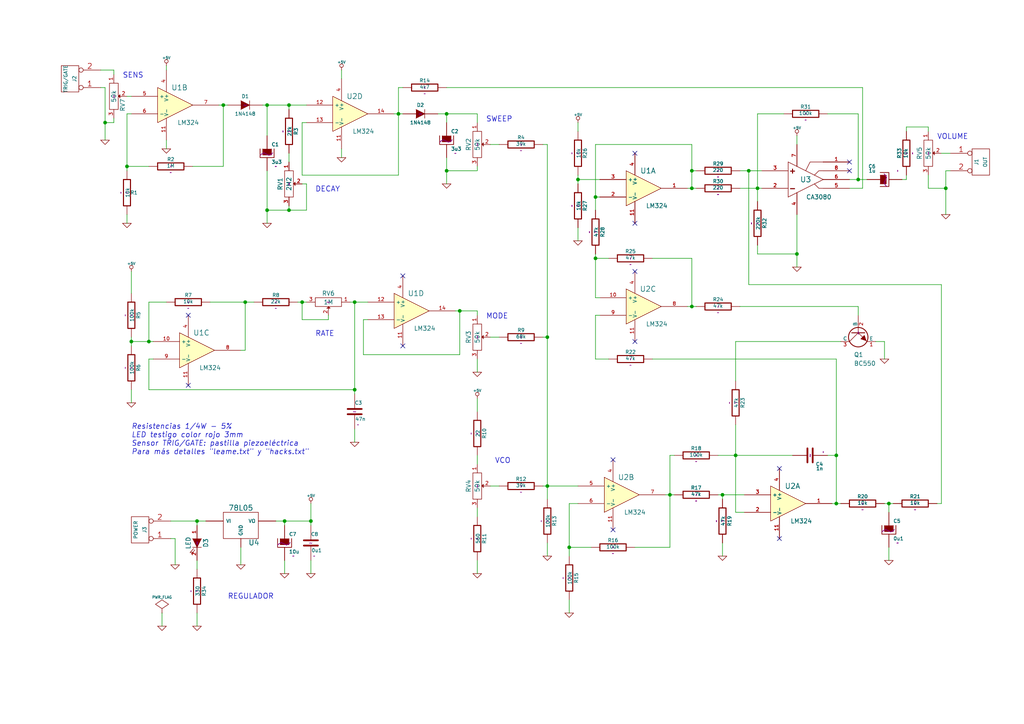
<source format=kicad_sch>
(kicad_sch (version 20230121) (generator eeschema)
  (paper "A4")
  (title_block (title "CORON DS7 CLONE") (date "28 dec 2014") (rev "1") (company "LUCAS MARTIN TRESER"))
  (lib_symbols
    (symbol "ds7clone-rescue:+5V" (power) (pin_names (offset 1.016))
      (property "Value" "+5V" (at 0 2.286 0))
      (symbol "+5V_0_0"
        (pin power_in line (at 0 0 90) (length 0) hide (name "+5V") (number "1"))
      )
      (symbol "+5V_0_1"
        (polyline (pts (xy 0 0) (xy 0 0.762) (xy 0 0.762) (xy 0 0.762)))
        (circle (center 0 1.27) (radius 0.508))
      )
    )
    (symbol "ds7clone-rescue:78L05" (pin_numbers hide) (pin_names (offset 0.762))
      (property "Reference" "U" (at 3.81 -4.9784 0))
      (property "Value" "78L05" (at 0 5.08 0))
      (symbol "78L05_0_1"
        (rectangle (start -5.08 -3.81) (end 5.08 3.81))
      )
      (symbol "78L05_1_1"
        (pin input line (at 0 -6.35 90) (length 2.54) (name "GND") (number "GND"))
        (pin input line (at -10.16 1.27 0) (length 5.08) (name "VI") (number "VI"))
        (pin power_out line (at 10.16 1.27 180) (length 5.08) (name "VO") (number "VO"))
      )
    )
    (symbol "ds7clone-rescue:C" (pin_numbers hide) (pin_names (offset 0.254))
      (property "Reference" "C" (at 0 2.54 0))
      (property "Value" "C" (at 0.1524 -2.159 0))
      (symbol "C_0_1"
        (polyline (pts (xy -2.032 -0.762) (xy 2.032 -0.762)) (stroke (width 0.508)))
        (polyline (pts (xy -2.032 0.762) (xy 2.032 0.762)) (stroke (width 0.508)))
      )
      (symbol "C_1_1"
        (pin passive line (at 0 5.08 270) (length 4.318) (name "~") (number "1"))
        (pin passive line (at 0 -5.08 90) (length 4.318) (name "~") (number "2"))
      )
    )
    (symbol "ds7clone-rescue:CA3130" (pin_names (offset 1.016) hide)
      (property "Reference" "U" (at 0 0 0))
      (property "Value" "CA3130" (at 3.81 -5.08 0))
      (symbol "CA3130_0_1"
        (polyline (pts (xy -5.08 -5.08) (xy -5.08 5.08)))
        (polyline (pts (xy -5.08 -5.08) (xy 5.08 0) (xy -5.08 5.08)))
        (polyline (pts (xy 2.54 1.27) (xy 3.81 2.54) (xy 5.08 2.54)))
        (polyline (pts (xy 5.08 -2.54) (xy 3.81 -2.54) (xy 2.54 -1.27)))
        (polyline (pts (xy 5.08 5.08) (xy 1.27 5.08) (xy 0 2.54)))
        (text "+" (at -3.81 2.54 0) (effects (font (size 1.524 1.524) bold)))
        (text "-" (at -3.81 -2.54 0) (effects (font (size 1.524 1.524) bold)))
      )
      (symbol "CA3130_1_1"
        (pin passive line (at 12.7 5.08 180) (length 7.62) (name "BAL/COMP") (number "1"))
        (pin input line (at -12.7 -2.54 0) (length 7.62) (name "INVERTING") (number "2"))
        (pin input line (at -12.7 2.54 0) (length 7.62) (name "NON") (number "3"))
        (pin power_in line (at -2.54 -10.16 90) (length 6.35) (name "V-") (number "4"))
        (pin passive line (at 12.7 -2.54 180) (length 7.62) (name "BALANCE") (number "5"))
        (pin output line (at 12.7 0 180) (length 7.62) (name "OUTPUT") (number "6"))
        (pin power_in line (at -2.54 10.16 270) (length 6.35) (name "V+") (number "7"))
        (pin passive line (at 12.7 2.54 180) (length 7.62) (name "COMP") (number "8"))
      )
    )
    (symbol "ds7clone-rescue:CAPAPOL" (pin_numbers hide) (pin_names (offset 0.254) hide)
      (property "Reference" "C" (at 1.27 2.54 0))
      (property "Value" "CAPAPOL" (at 1.27 -2.54 0))
      (symbol "CAPAPOL_0_1"
        (polyline (pts (xy -2.032 1.27) (xy -2.032 -1.27) (xy 2.032 -1.27) (xy 2.032 1.27)) (stroke (width 0.2032)))
        (polyline (pts (xy -1.27 1.27) (xy -1.27 -0.508) (xy 1.27 -0.508) (xy 1.27 1.27)) (fill (type outline)))
      )
      (symbol "CAPAPOL_1_1"
        (pin passive line (at 0 5.08 270) (length 3.81) (name "~") (number "1"))
        (pin passive line (at 0 -5.08 90) (length 3.81) (name "~") (number "2"))
      )
    )
    (symbol "ds7clone-rescue:CONN_2" (pin_names (offset 1.016) hide)
      (property "Reference" "P" (at -1.27 0 90))
      (property "Value" "CONN_2" (at 1.27 0 90))
      (symbol "CONN_2_0_1"
        (rectangle (start -2.54 3.81) (end 2.54 -3.81))
      )
      (symbol "CONN_2_1_1"
        (pin passive inverted (at -8.89 2.54 0) (length 6.35) (name "P1") (number "1"))
        (pin passive inverted (at -8.89 -2.54 0) (length 6.35) (name "PM") (number "2"))
      )
    )
    (symbol "ds7clone-rescue:DIODE" (pin_numbers hide) (pin_names (offset 1.016) hide)
      (property "Reference" "D" (at 0 2.54 0))
      (property "Value" "DIODE" (at 0 -2.54 0))
      (symbol "DIODE_0_1"
        (polyline (pts (xy 1.27 1.27) (xy 1.27 -1.27)) (stroke (width 0.1524)))
        (polyline (pts (xy -1.27 1.27) (xy 1.27 0) (xy -1.27 -1.27)) (fill (type outline)))
      )
      (symbol "DIODE_1_1"
        (pin passive line (at -5.08 0 0) (length 3.81) (name "A") (number "1"))
        (pin passive line (at 5.08 0 180) (length 3.81) (name "K") (number "2"))
      )
    )
    (symbol "ds7clone-rescue:GND" (power) (pin_names (offset 0))
      (symbol "GND_0_1"
        (polyline (pts (xy -1.27 0) (xy 0 -1.27) (xy 1.27 0) (xy -1.27 0)))
      )
      (symbol "GND_1_1"
        (pin power_in line (at 0 0 90) (length 0) hide (name "GND") (number "1"))
      )
    )
    (symbol "ds7clone-rescue:LED" (pin_names (offset 1.016) hide)
      (property "Reference" "D" (at 0 2.54 0))
      (property "Value" "LED" (at 0 -2.54 0))
      (symbol "LED_0_1"
        (polyline (pts (xy 1.27 1.27) (xy 1.27 -1.27)))
        (polyline (pts (xy -1.27 1.27) (xy 1.27 0) (xy -1.27 -1.27)) (fill (type outline)))
        (polyline (pts (xy 1.651 -1.016) (xy 2.794 -2.032) (xy 2.667 -1.397)))
        (polyline (pts (xy 2.032 -0.635) (xy 3.175 -1.651) (xy 3.048 -1.016)))
      )
      (symbol "LED_1_1"
        (pin passive line (at -5.08 0 0) (length 3.81) (name "A") (number "1"))
        (pin passive line (at 5.08 0 180) (length 3.81) (name "K") (number "2"))
      )
    )
    (symbol "ds7clone-rescue:LM324"
      (property "Reference" "U" (at 1.27 5.08 0))
      (property "Value" "LM324" (at 3.81 -5.08 0))
      (symbol "LM324_0_1"
        (polyline (pts (xy -5.08 5.08) (xy 5.08 0) (xy -5.08 -5.08) (xy -5.08 5.08)) (stroke (width 0.1524)) (fill (type background)))
        (pin power_in line (at -2.54 -10.16 90) (length 6.35) (name "V-") (number "11"))
        (pin power_in line (at -2.54 10.16 270) (length 6.35) (name "V+") (number "4"))
      )
      (symbol "LM324_1_1"
        (pin output line (at 12.7 0 180) (length 7.62) (name "~") (number "1"))
        (pin input line (at -12.7 -2.54 0) (length 7.62) (name "-") (number "2"))
        (pin input line (at -12.7 2.54 0) (length 7.62) (name "+") (number "3"))
      )
      (symbol "LM324_2_1"
        (pin input line (at -12.7 2.54 0) (length 7.62) (name "+") (number "5"))
        (pin input line (at -12.7 -2.54 0) (length 7.62) (name "-") (number "6"))
        (pin output line (at 12.7 0 180) (length 7.62) (name "~") (number "7"))
      )
      (symbol "LM324_3_1"
        (pin input line (at -12.7 2.54 0) (length 7.62) (name "+") (number "10"))
        (pin output line (at 12.7 0 180) (length 7.62) (name "~") (number "8"))
        (pin input line (at -12.7 -2.54 0) (length 7.62) (name "-") (number "9"))
      )
      (symbol "LM324_4_1"
        (pin input line (at -12.7 2.54 0) (length 7.62) (name "+") (number "12"))
        (pin input line (at -12.7 -2.54 0) (length 7.62) (name "-") (number "13"))
        (pin output line (at 12.7 0 180) (length 7.62) (name "~") (number "14"))
      )
    )
    (symbol "ds7clone-rescue:NPN" (pin_names (offset 0))
      (property "Reference" "Q" (at 0 -3.81 0))
      (property "Value" "NPN" (at 0 3.81 0))
      (symbol "NPN_0_1"
        (polyline (pts (xy 0 0) (xy 2.54 2.54)))
        (polyline (pts (xy 0 1.905) (xy 0 -1.905) (xy 0 -1.905)) (stroke (width 0.254)))
        (polyline (pts (xy 1.27 -1.27) (xy 0 0) (xy 0 0)))
        (polyline (pts (xy 2.286 -2.286) (xy 2.54 -2.54) (xy 2.54 -2.54)))
        (polyline (pts (xy 2.286 -2.286) (xy 1.778 -0.762) (xy 0.762 -1.778) (xy 2.286 -2.286) (xy 2.286 -2.286)) (fill (type outline)))
        (circle (center 1.27 0) (radius 2.8194) (stroke (width 0.254)))
      )
      (symbol "NPN_1_1"
        (pin passive line (at 2.54 -5.08 90) (length 2.54) (name "E") (number "1"))
        (pin input line (at -5.08 0 0) (length 5.08) (name "B") (number "2"))
        (pin passive line (at 2.54 5.08 270) (length 2.54) (name "C") (number "3"))
      )
    )
    (symbol "ds7clone-rescue:POT" (pin_names (offset 1.016) hide)
      (property "Reference" "RV" (at 0 -2.54 0))
      (property "Value" "POT" (at 0 0 0))
      (symbol "POT_0_1"
        (rectangle (start -3.81 1.27) (end 3.81 -1.27))
        (polyline (pts (xy 0 1.27) (xy -0.508 1.778) (xy 0.508 1.778)) (fill (type outline)))
      )
      (symbol "POT_1_1"
        (pin passive line (at -6.35 0 0) (length 2.54) (name "1") (number "1"))
        (pin passive line (at 0 3.81 270) (length 2.032) (name "2") (number "2"))
        (pin passive line (at 6.35 0 180) (length 2.54) (name "3") (number "3"))
      )
    )
    (symbol "ds7clone-rescue:PWR_FLAG" (power) (pin_numbers hide) (pin_names (offset 0) hide)
      (property "Value" "PWR_FLAG" (at 0 4.572 0))
      (symbol "PWR_FLAG_0_0"
        (pin power_out line (at 0 0 90) (length 0) (name "pwr") (number "1"))
      )
      (symbol "PWR_FLAG_0_1"
        (polyline (pts (xy 0 0) (xy 0 1.27) (xy -1.905 2.54) (xy 0 3.81) (xy 1.905 2.54) (xy 0 1.27)))
      )
    )
    (symbol "ds7clone-rescue:R" (pin_numbers hide) (pin_names (offset 0))
      (property "Reference" "R" (at 2.032 0 90))
      (property "Value" "R" (at 0.1778 0.0254 90))
      (symbol "R_0_1"
        (rectangle (start -1.016 3.81) (end 1.016 -3.81) (stroke (width 0.3048)))
      )
      (symbol "R_1_1"
        (pin passive line (at 0 6.35 270) (length 2.54) (name "~") (number "1"))
        (pin passive line (at 0 -6.35 90) (length 2.54) (name "~") (number "2"))
      )
    )
  )
  (junction (at 77.47 60.96))
  (junction (at 129.54 33.02))
  (junction (at 167.64 52.07))
  (junction (at 36.83 48.26))
  (junction (at 158.75 97.79))
  (junction (at 219.71 54.61))
  (junction (at 77.47 30.48))
  (junction (at 200.66 49.53))
  (junction (at 102.87 87.63))
  (junction (at 102.87 113.03))
  (junction (at 248.92 52.07))
  (junction (at 231.14 73.66))
  (junction (at 213.36 132.08))
  (junction (at 43.18 99.06))
  (junction (at 158.75 140.97))
  (junction (at 194.31 143.51))
  (junction (at 64.77 30.48))
  (junction (at 38.1 99.06))
  (junction (at 83.82 60.96))
  (junction (at 242.57 146.05))
  (junction (at 87.63 87.63))
  (junction (at 209.55 143.51))
  (junction (at 242.57 132.08))
  (junction (at 200.66 54.61))
  (junction (at 71.12 87.63))
  (junction (at 82.55 151.13))
  (junction (at 133.35 90.17))
  (junction (at 57.15 151.13))
  (junction (at 217.17 49.53))
  (junction (at 129.54 49.53))
  (junction (at 172.72 74.93))
  (junction (at 172.72 57.15))
  (junction (at 200.66 88.9))
  (junction (at 274.32 54.61))
  (junction (at 30.48 35.56))
  (junction (at 115.57 33.02))
  (junction (at 90.17 151.13))
  (junction (at 257.81 146.05))
  (junction (at 165.1 158.75))
  (junction (at 83.82 30.48))
  (no_connect (at 184.15 64.77))
  (no_connect (at 226.06 156.21))
  (no_connect (at 177.8 133.35))
  (no_connect (at 116.84 100.33))
  (no_connect (at 116.84 80.01))
  (no_connect (at 54.61 91.44))
  (no_connect (at 226.06 135.89))
  (no_connect (at 177.8 153.67))
  (no_connect (at 246.38 49.53))
  (no_connect (at 246.38 46.99))
  (no_connect (at 184.15 99.06))
  (no_connect (at 184.15 78.74))
  (no_connect (at 54.61 111.76))
  (no_connect (at 184.15 44.45))
  (wire (pts (xy 217.17 82.55) (xy 217.17 49.53)))
  (wire (pts (xy 241.3 146.05) (xy 242.57 146.05)))
  (wire (pts (xy 231.14 73.66) (xy 219.71 73.66)))
  (wire (pts (xy 129.54 49.53) (xy 129.54 53.34)))
  (wire (pts (xy 48.26 87.63) (xy 43.18 87.63)))
  (wire (pts (xy 87.63 53.34) (xy 88.9 53.34)))
  (wire (pts (xy 102.87 87.63) (xy 102.87 113.03)))
  (wire (pts (xy 71.12 87.63) (xy 73.66 87.63)))
  (wire (pts (xy 144.78 41.91) (xy 142.24 41.91)))
  (wire (pts (xy 167.64 50.8) (xy 167.64 52.07)))
  (wire (pts (xy 167.64 52.07) (xy 167.64 53.34)))
  (wire (pts (xy 217.17 49.53) (xy 220.98 49.53)))
  (wire (pts (xy 46.99 177.8) (xy 46.99 181.61)))
  (wire (pts (xy 49.53 151.13) (xy 57.15 151.13)))
  (wire (pts (xy 194.31 158.75) (xy 184.15 158.75)))
  (wire (pts (xy 227.33 33.02) (xy 219.71 33.02)))
  (wire (pts (xy 105.41 92.71) (xy 105.41 102.87)))
  (wire (pts (xy 213.36 132.08) (xy 229.87 132.08)))
  (wire (pts (xy 172.72 57.15) (xy 173.99 57.15)))
  (wire (pts (xy 129.54 33.02) (xy 129.54 35.56)))
  (wire (pts (xy 80.01 151.13) (xy 82.55 151.13)))
  (wire (pts (xy 194.31 143.51) (xy 194.31 158.75)))
  (wire (pts (xy 165.1 177.8) (xy 165.1 173.99)))
  (wire (pts (xy 77.47 39.37) (xy 77.47 30.48)))
  (wire (pts (xy 44.45 99.06) (xy 43.18 99.06)))
  (wire (pts (xy 133.35 102.87) (xy 133.35 90.17)))
  (wire (pts (xy 242.57 104.14) (xy 242.57 132.08)))
  (wire (pts (xy 172.72 57.15) (xy 172.72 60.96)))
  (wire (pts (xy 95.25 92.71) (xy 87.63 92.71)))
  (wire (pts (xy 248.92 88.9) (xy 248.92 91.44)))
  (wire (pts (xy 29.21 25.4) (xy 30.48 25.4)))
  (wire (pts (xy 57.15 151.13) (xy 59.69 151.13)))
  (wire (pts (xy 114.3 33.02) (xy 115.57 33.02)))
  (wire (pts (xy 69.85 158.75) (xy 69.85 163.83)))
  (wire (pts (xy 43.18 104.14) (xy 44.45 104.14)))
  (wire (pts (xy 102.87 113.03) (xy 102.87 114.3)))
  (wire (pts (xy 219.71 54.61) (xy 219.71 58.42)))
  (wire (pts (xy 90.17 151.13) (xy 90.17 152.4)))
  (wire (pts (xy 213.36 132.08) (xy 213.36 123.19)))
  (wire (pts (xy 242.57 146.05) (xy 243.84 146.05)))
  (wire (pts (xy 115.57 33.02) (xy 116.84 33.02)))
  (wire (pts (xy 38.1 99.06) (xy 38.1 100.33)))
  (wire (pts (xy 38.1 97.79) (xy 38.1 99.06)))
  (wire (pts (xy 201.93 49.53) (xy 200.66 49.53)))
  (wire (pts (xy 200.66 41.91) (xy 172.72 41.91)))
  (wire (pts (xy 248.92 52.07) (xy 246.38 52.07)))
  (wire (pts (xy 33.02 34.29) (xy 33.02 35.56)))
  (wire (pts (xy 95.25 91.44) (xy 95.25 92.71)))
  (wire (pts (xy 214.63 49.53) (xy 217.17 49.53)))
  (wire (pts (xy 271.78 146.05) (xy 273.05 146.05)))
  (wire (pts (xy 50.8 163.83) (xy 50.8 156.21)))
  (wire (pts (xy 275.59 49.53) (xy 274.32 49.53)))
  (wire (pts (xy 57.15 165.1) (xy 57.15 162.56)))
  (wire (pts (xy 261.62 52.07) (xy 262.89 52.07)))
  (wire (pts (xy 213.36 148.59) (xy 213.36 132.08)))
  (wire (pts (xy 38.1 33.02) (xy 36.83 33.02)))
  (wire (pts (xy 157.48 41.91) (xy 158.75 41.91)))
  (wire (pts (xy 43.18 87.63) (xy 43.18 99.06)))
  (wire (pts (xy 30.48 35.56) (xy 30.48 40.64)))
  (wire (pts (xy 82.55 151.13) (xy 82.55 152.4)))
  (wire (pts (xy 256.54 104.14) (xy 256.54 99.06)))
  (wire (pts (xy 213.36 99.06) (xy 213.36 110.49)))
  (wire (pts (xy 172.72 104.14) (xy 172.72 91.44)))
  (wire (pts (xy 172.72 41.91) (xy 172.72 57.15)))
  (wire (pts (xy 256.54 99.06) (xy 254 99.06)))
  (wire (pts (xy 83.82 30.48) (xy 83.82 31.75)))
  (wire (pts (xy 138.43 33.02) (xy 138.43 35.56)))
  (wire (pts (xy 115.57 25.4) (xy 116.84 25.4)))
  (wire (pts (xy 165.1 158.75) (xy 165.1 146.05)))
  (wire (pts (xy 129.54 45.72) (xy 129.54 49.53)))
  (wire (pts (xy 87.63 35.56) (xy 87.63 50.8)))
  (wire (pts (xy 38.1 116.84) (xy 38.1 113.03)))
  (wire (pts (xy 115.57 33.02) (xy 115.57 25.4)))
  (wire (pts (xy 63.5 30.48) (xy 64.77 30.48)))
  (wire (pts (xy 106.68 92.71) (xy 105.41 92.71)))
  (wire (pts (xy 269.24 50.8) (xy 269.24 54.61)))
  (wire (pts (xy 172.72 86.36) (xy 173.99 86.36)))
  (wire (pts (xy 248.92 33.02) (xy 248.92 52.07)))
  (wire (pts (xy 257.81 148.59) (xy 257.81 146.05)))
  (wire (pts (xy 129.54 25.4) (xy 250.19 25.4)))
  (wire (pts (xy 250.19 25.4) (xy 250.19 54.61)))
  (wire (pts (xy 30.48 25.4) (xy 30.48 35.56)))
  (wire (pts (xy 87.63 92.71) (xy 87.63 87.63)))
  (wire (pts (xy 102.87 113.03) (xy 43.18 113.03)))
  (wire (pts (xy 71.12 87.63) (xy 71.12 101.6)))
  (wire (pts (xy 189.23 104.14) (xy 242.57 104.14)))
  (wire (pts (xy 64.77 30.48) (xy 64.77 48.26)))
  (wire (pts (xy 86.36 87.63) (xy 87.63 87.63)))
  (wire (pts (xy 167.64 35.56) (xy 167.64 38.1)))
  (wire (pts (xy 77.47 30.48) (xy 83.82 30.48)))
  (wire (pts (xy 240.03 33.02) (xy 248.92 33.02)))
  (wire (pts (xy 240.03 132.08) (xy 242.57 132.08)))
  (wire (pts (xy 158.75 97.79) (xy 157.48 97.79)))
  (wire (pts (xy 215.9 148.59) (xy 213.36 148.59)))
  (wire (pts (xy 48.26 19.05) (xy 48.26 20.32)))
  (wire (pts (xy 138.43 90.17) (xy 138.43 91.44)))
  (wire (pts (xy 243.84 99.06) (xy 213.36 99.06)))
  (wire (pts (xy 231.14 73.66) (xy 231.14 77.47)))
  (wire (pts (xy 88.9 53.34) (xy 88.9 60.96)))
  (wire (pts (xy 33.02 35.56) (xy 30.48 35.56)))
  (wire (pts (xy 274.32 54.61) (xy 274.32 62.23)))
  (wire (pts (xy 167.64 69.85) (xy 167.64 66.04)))
  (wire (pts (xy 172.72 74.93) (xy 172.72 86.36)))
  (wire (pts (xy 250.19 54.61) (xy 246.38 54.61)))
  (wire (pts (xy 76.2 30.48) (xy 77.47 30.48)))
  (wire (pts (xy 171.45 158.75) (xy 165.1 158.75)))
  (wire (pts (xy 200.66 74.93) (xy 200.66 88.9)))
  (wire (pts (xy 144.78 97.79) (xy 142.24 97.79)))
  (wire (pts (xy 33.02 20.32) (xy 33.02 21.59)))
  (wire (pts (xy 132.08 90.17) (xy 133.35 90.17)))
  (wire (pts (xy 231.14 62.23) (xy 231.14 73.66)))
  (wire (pts (xy 82.55 162.56) (xy 82.55 166.37)))
  (wire (pts (xy 214.63 88.9) (xy 248.92 88.9)))
  (wire (pts (xy 219.71 54.61) (xy 220.98 54.61)))
  (wire (pts (xy 209.55 161.29) (xy 209.55 157.48)))
  (wire (pts (xy 257.81 162.56) (xy 257.81 158.75)))
  (wire (pts (xy 200.66 54.61) (xy 201.93 54.61)))
  (wire (pts (xy 64.77 48.26) (xy 55.88 48.26)))
  (wire (pts (xy 82.55 151.13) (xy 90.17 151.13)))
  (wire (pts (xy 138.43 132.08) (xy 138.43 134.62)))
  (wire (pts (xy 43.18 99.06) (xy 38.1 99.06)))
  (wire (pts (xy 87.63 87.63) (xy 88.9 87.63)))
  (wire (pts (xy 57.15 152.4) (xy 57.15 151.13)))
  (wire (pts (xy 90.17 166.37) (xy 90.17 162.56)))
  (wire (pts (xy 71.12 101.6) (xy 69.85 101.6)))
  (wire (pts (xy 83.82 46.99) (xy 83.82 44.45)))
  (wire (pts (xy 158.75 97.79) (xy 158.75 140.97)))
  (wire (pts (xy 102.87 128.27) (xy 102.87 124.46)))
  (wire (pts (xy 138.43 115.57) (xy 138.43 119.38)))
  (wire (pts (xy 173.99 52.07) (xy 167.64 52.07)))
  (wire (pts (xy 115.57 50.8) (xy 115.57 33.02)))
  (wire (pts (xy 158.75 140.97) (xy 158.75 144.78)))
  (wire (pts (xy 101.6 87.63) (xy 102.87 87.63)))
  (wire (pts (xy 262.89 38.1) (xy 262.89 36.83)))
  (wire (pts (xy 165.1 146.05) (xy 167.64 146.05)))
  (wire (pts (xy 274.32 49.53) (xy 274.32 54.61)))
  (wire (pts (xy 138.43 104.14) (xy 138.43 107.95)))
  (wire (pts (xy 144.78 140.97) (xy 142.24 140.97)))
  (wire (pts (xy 48.26 40.64) (xy 48.26 43.18)))
  (wire (pts (xy 231.14 39.37) (xy 231.14 41.91)))
  (wire (pts (xy 83.82 60.96) (xy 77.47 60.96)))
  (wire (pts (xy 158.75 140.97) (xy 167.64 140.97)))
  (wire (pts (xy 172.72 91.44) (xy 173.99 91.44)))
  (wire (pts (xy 176.53 104.14) (xy 172.72 104.14)))
  (wire (pts (xy 257.81 146.05) (xy 256.54 146.05)))
  (wire (pts (xy 165.1 161.29) (xy 165.1 158.75)))
  (wire (pts (xy 133.35 90.17) (xy 138.43 90.17)))
  (wire (pts (xy 273.05 82.55) (xy 217.17 82.55)))
  (wire (pts (xy 259.08 146.05) (xy 257.81 146.05)))
  (wire (pts (xy 219.71 73.66) (xy 219.71 71.12)))
  (wire (pts (xy 208.28 132.08) (xy 213.36 132.08)))
  (wire (pts (xy 209.55 143.51) (xy 209.55 144.78)))
  (wire (pts (xy 77.47 49.53) (xy 77.47 60.96)))
  (wire (pts (xy 269.24 36.83) (xy 269.24 38.1)))
  (wire (pts (xy 138.43 49.53) (xy 129.54 49.53)))
  (wire (pts (xy 138.43 147.32) (xy 138.43 149.86)))
  (wire (pts (xy 200.66 54.61) (xy 200.66 49.53)))
  (wire (pts (xy 64.77 30.48) (xy 66.04 30.48)))
  (wire (pts (xy 273.05 146.05) (xy 273.05 82.55)))
  (wire (pts (xy 57.15 181.61) (xy 57.15 177.8)))
  (wire (pts (xy 194.31 143.51) (xy 195.58 143.51)))
  (wire (pts (xy 90.17 146.05) (xy 90.17 151.13)))
  (wire (pts (xy 127 33.02) (xy 129.54 33.02)))
  (wire (pts (xy 36.83 62.23) (xy 36.83 64.77)))
  (wire (pts (xy 199.39 54.61) (xy 200.66 54.61)))
  (wire (pts (xy 242.57 132.08) (xy 242.57 146.05)))
  (wire (pts (xy 87.63 50.8) (xy 115.57 50.8)))
  (wire (pts (xy 208.28 143.51) (xy 209.55 143.51)))
  (wire (pts (xy 50.8 156.21) (xy 49.53 156.21)))
  (wire (pts (xy 88.9 60.96) (xy 83.82 60.96)))
  (wire (pts (xy 38.1 78.74) (xy 38.1 85.09)))
  (wire (pts (xy 138.43 166.37) (xy 138.43 162.56)))
  (wire (pts (xy 199.39 88.9) (xy 200.66 88.9)))
  (wire (pts (xy 88.9 35.56) (xy 87.63 35.56)))
  (wire (pts (xy 29.21 20.32) (xy 33.02 20.32)))
  (wire (pts (xy 200.66 88.9) (xy 201.93 88.9)))
  (wire (pts (xy 105.41 102.87) (xy 133.35 102.87)))
  (wire (pts (xy 99.06 20.32) (xy 99.06 22.86)))
  (wire (pts (xy 269.24 54.61) (xy 274.32 54.61)))
  (wire (pts (xy 83.82 60.96) (xy 83.82 59.69)))
  (wire (pts (xy 214.63 54.61) (xy 219.71 54.61)))
  (wire (pts (xy 219.71 33.02) (xy 219.71 54.61)))
  (wire (pts (xy 209.55 143.51) (xy 215.9 143.51)))
  (wire (pts (xy 99.06 45.72) (xy 99.06 43.18)))
  (wire (pts (xy 200.66 49.53) (xy 200.66 41.91)))
  (wire (pts (xy 262.89 36.83) (xy 269.24 36.83)))
  (wire (pts (xy 157.48 140.97) (xy 158.75 140.97)))
  (wire (pts (xy 262.89 52.07) (xy 262.89 50.8)))
  (wire (pts (xy 138.43 48.26) (xy 138.43 49.53)))
  (wire (pts (xy 36.83 48.26) (xy 36.83 49.53)))
  (wire (pts (xy 83.82 30.48) (xy 88.9 30.48)))
  (wire (pts (xy 273.05 44.45) (xy 275.59 44.45)))
  (wire (pts (xy 176.53 74.93) (xy 172.72 74.93)))
  (wire (pts (xy 36.83 48.26) (xy 43.18 48.26)))
  (wire (pts (xy 158.75 41.91) (xy 158.75 97.79)))
  (wire (pts (xy 194.31 132.08) (xy 194.31 143.51)))
  (wire (pts (xy 36.83 33.02) (xy 36.83 48.26)))
  (wire (pts (xy 251.46 52.07) (xy 248.92 52.07)))
  (wire (pts (xy 60.96 87.63) (xy 71.12 87.63)))
  (wire (pts (xy 158.75 157.48) (xy 158.75 161.29)))
  (wire (pts (xy 43.18 113.03) (xy 43.18 104.14)))
  (wire (pts (xy 195.58 132.08) (xy 194.31 132.08)))
  (wire (pts (xy 189.23 74.93) (xy 200.66 74.93)))
  (wire (pts (xy 172.72 73.66) (xy 172.72 74.93)))
  (wire (pts (xy 77.47 60.96) (xy 77.47 64.77)))
  (wire (pts (xy 129.54 33.02) (xy 138.43 33.02)))
  (wire (pts (xy 38.1 27.94) (xy 36.83 27.94)))
  (wire (pts (xy 193.04 143.51) (xy 194.31 143.51)))
  (wire (pts (xy 102.87 87.63) (xy 106.68 87.63)))
  (text "SENS" (at 35.56 22.86 0) (effects (font (size 1.524 1.524)) (justify left bottom)))
  (text "REGULADOR" (at 66.04 173.99 0) (effects (font (size 1.524 1.524)) (justify left bottom)))
  (text "SWEEP" (at 140.97 35.56 0) (effects (font (size 1.524 1.524)) (justify left bottom)))
  (text "DECAY" (at 91.44 55.88 0) (effects (font (size 1.524 1.524)) (justify left bottom)))
  (text "MODE" (at 140.97 92.71 0) (effects (font (size 1.524 1.524)) (justify left bottom)))
  (text "Resistencias 1/4W - 5%\nLED testigo color rojo 3mm\nSensor TRIG/GATE: pastilla piezoeléctrica\nPara más detalles \"leame.txt\" y \"hacks.txt\"" (at 38.1 132.08 0) (effects (font (size 1.524 1.524) italic) (justify left bottom)))
  (text "RATE" (at 91.44 97.79 0) (effects (font (size 1.524 1.524)) (justify left bottom)))
  (text "VCO" (at 143.51 134.62 0) (effects (font (size 1.524 1.524)) (justify left bottom)))
  (text "VOLUME" (at 271.78 40.64 0) (effects (font (size 1.524 1.524)) (justify left bottom)))
  (symbol (lib_id "ds7clone-rescue:POT") (at 33.02 27.94 270) (unit 1)
    (property "Reference" "RV7" (at 35.56 30.48 0))
    (property "Value" "50k" (at 33.02 27.94 0))
    (property "Footprint" "~" (at 33.02 27.94 0) (effects (font (size 1.524 1.524))))
    (property "Datasheet" "~" (at 33.02 27.94 0) (effects (font (size 1.524 1.524))))
  )
  (symbol (lib_id "ds7clone-rescue:GND") (at 30.48 40.64 0) (unit 1)
    (property "Reference" "#PWR01" (effects hide))
    (property "Value" "GND" (effects hide))
  )
  (symbol (lib_id "ds7clone-rescue:R") (at 36.83 55.88 0) (unit 1)
    (property "Reference" "R1" (at 38.862 55.88 0) (effects (font (size 1.016 1.016))))
    (property "Value" "10k" (at 37.0078 55.8546 90) (effects (font (size 1.016 1.016))))
    (property "Footprint" "~" (at 35.052 55.88 90) (effects (font (size 0.762 0.762))))
    (property "Datasheet" "~" (at 36.83 55.88 0) (effects (font (size 0.762 0.762))))
  )
  (symbol (lib_id "ds7clone-rescue:LM324") (at 50.8 30.48 0) (unit 2)
    (property "Reference" "U1" (at 52.07 25.4 0) (effects (font (size 1.524 1.524))))
    (property "Value" "LM324" (at 54.61 35.56 0))
  )
  (symbol (lib_id "ds7clone-rescue:GND") (at 48.26 43.18 0) (unit 1)
    (property "Reference" "#PWR02" (effects hide))
    (property "Value" "GND" (effects hide))
  )
  (symbol (lib_id "ds7clone-rescue:GND") (at 36.83 64.77 0) (unit 1)
    (property "Reference" "#PWR03" (effects hide))
    (property "Value" "GND" (effects hide))
  )
  (symbol (lib_id "ds7clone-rescue:+5V") (at 48.26 19.05 0) (unit 1)
    (property "Reference" "#PWR04" (effects hide))
    (property "Value" "+5V" (at 48.26 16.764 0) (effects (font (size 0.762 0.762))))
  )
  (symbol (lib_id "ds7clone-rescue:R") (at 49.53 48.26 90) (unit 1)
    (property "Reference" "R2" (at 49.53 46.228 90) (effects (font (size 1.016 1.016))))
    (property "Value" "1M" (at 49.5046 48.0822 90) (effects (font (size 1.016 1.016))))
    (property "Footprint" "~" (at 49.53 50.038 90) (effects (font (size 0.762 0.762))))
    (property "Datasheet" "~" (at 49.53 48.26 0) (effects (font (size 0.762 0.762))))
  )
  (symbol (lib_id "ds7clone-rescue:DIODE") (at 71.12 30.48 0) (unit 1)
    (property "Reference" "D1" (at 71.12 27.94 0) (effects (font (size 1.016 1.016))))
    (property "Value" "1N4148" (at 71.12 33.02 0) (effects (font (size 1.016 1.016))))
    (property "Footprint" "~" (at 71.12 30.48 0) (effects (font (size 1.524 1.524))))
    (property "Datasheet" "~" (at 71.12 30.48 0) (effects (font (size 1.524 1.524))))
  )
  (symbol (lib_id "ds7clone-rescue:R") (at 83.82 38.1 0) (unit 1)
    (property "Reference" "R3" (at 85.852 38.1 90) (effects (font (size 1.016 1.016))))
    (property "Value" "22k" (at 83.9978 38.0746 90) (effects (font (size 1.016 1.016))))
    (property "Footprint" "~" (at 82.042 38.1 90) (effects (font (size 0.762 0.762))))
    (property "Datasheet" "~" (at 83.82 38.1 0) (effects (font (size 0.762 0.762))))
  )
  (symbol (lib_id "ds7clone-rescue:POT") (at 83.82 53.34 270) (unit 1)
    (property "Reference" "RV1" (at 81.28 53.34 0))
    (property "Value" "2M2" (at 83.82 53.34 0))
    (property "Footprint" "~" (at 83.82 53.34 0) (effects (font (size 1.524 1.524))))
    (property "Datasheet" "~" (at 83.82 53.34 0) (effects (font (size 1.524 1.524))))
  )
  (symbol (lib_id "ds7clone-rescue:CAPAPOL") (at 77.47 44.45 0) (unit 1)
    (property "Reference" "C1" (at 78.74 41.91 0) (effects (font (size 1.016 1.016)) (justify left)))
    (property "Value" "3u3" (at 78.74 46.99 0) (effects (font (size 1.016 1.016)) (justify left)))
    (property "Footprint" "~" (at 80.01 48.26 0) (effects (font (size 0.762 0.762))))
    (property "Datasheet" "~" (at 77.47 44.45 0) (effects (font (size 7.62 7.62))))
  )
  (symbol (lib_id "ds7clone-rescue:GND") (at 77.47 64.77 0) (unit 1)
    (property "Reference" "#PWR05" (effects hide))
    (property "Value" "GND" (effects hide))
  )
  (symbol (lib_id "ds7clone-rescue:LM324") (at 101.6 33.02 0) (unit 4)
    (property "Reference" "U2" (at 102.87 27.94 0) (effects (font (size 1.524 1.524))))
    (property "Value" "LM324" (at 105.41 38.1 0))
  )
  (symbol (lib_id "ds7clone-rescue:GND") (at 99.06 45.72 0) (unit 1)
    (property "Reference" "#PWR06" (effects hide))
    (property "Value" "GND" (effects hide))
  )
  (symbol (lib_id "ds7clone-rescue:+5V") (at 99.06 20.32 0) (unit 1)
    (property "Reference" "#PWR07" (effects hide))
    (property "Value" "+5V" (at 99.06 18.034 0) (effects (font (size 0.762 0.762))))
  )
  (symbol (lib_id "ds7clone-rescue:DIODE") (at 121.92 33.02 0) (unit 1)
    (property "Reference" "D2" (at 121.92 30.48 0) (effects (font (size 1.016 1.016))))
    (property "Value" "1N4148" (at 121.92 35.56 0) (effects (font (size 1.016 1.016))))
    (property "Footprint" "~" (at 121.92 33.02 0) (effects (font (size 1.524 1.524))))
    (property "Datasheet" "~" (at 121.92 33.02 0) (effects (font (size 1.524 1.524))))
  )
  (symbol (lib_id "ds7clone-rescue:R") (at 123.19 25.4 90) (unit 1)
    (property "Reference" "R14" (at 123.19 23.368 90) (effects (font (size 1.016 1.016))))
    (property "Value" "4k7" (at 123.1646 25.2222 90) (effects (font (size 1.016 1.016))))
    (property "Footprint" "~" (at 123.19 27.178 90) (effects (font (size 0.762 0.762))))
    (property "Datasheet" "~" (at 123.19 25.4 0) (effects (font (size 0.762 0.762))))
  )
  (symbol (lib_id "ds7clone-rescue:CAPAPOL") (at 129.54 40.64 0) (unit 1)
    (property "Reference" "C2" (at 130.81 38.1 0) (effects (font (size 1.016 1.016)) (justify left)))
    (property "Value" "3u3" (at 130.81 43.18 0) (effects (font (size 1.016 1.016)) (justify left)))
    (property "Footprint" "~" (at 132.08 44.45 0) (effects (font (size 0.762 0.762))))
    (property "Datasheet" "~" (at 129.54 40.64 0) (effects (font (size 7.62 7.62))))
  )
  (symbol (lib_id "ds7clone-rescue:R") (at 151.13 41.91 90) (unit 1)
    (property "Reference" "R4" (at 151.13 39.878 90) (effects (font (size 1.016 1.016))))
    (property "Value" "39k" (at 151.1046 41.7322 90) (effects (font (size 1.016 1.016))))
    (property "Footprint" "~" (at 151.13 43.688 90) (effects (font (size 0.762 0.762))))
    (property "Datasheet" "~" (at 151.13 41.91 0) (effects (font (size 0.762 0.762))))
  )
  (symbol (lib_id "ds7clone-rescue:POT") (at 138.43 41.91 270) (unit 1)
    (property "Reference" "RV2" (at 135.89 41.91 0))
    (property "Value" "50k" (at 138.43 41.91 0))
    (property "Footprint" "~" (at 138.43 41.91 0) (effects (font (size 1.524 1.524))))
    (property "Datasheet" "~" (at 138.43 41.91 0) (effects (font (size 1.524 1.524))))
  )
  (symbol (lib_id "ds7clone-rescue:GND") (at 129.54 53.34 0) (unit 1)
    (property "Reference" "#PWR08" (effects hide))
    (property "Value" "GND" (effects hide))
  )
  (symbol (lib_id "ds7clone-rescue:R") (at 38.1 91.44 0) (unit 1)
    (property "Reference" "R5" (at 40.132 91.44 90) (effects (font (size 1.016 1.016))))
    (property "Value" "100k" (at 38.2778 91.4146 90) (effects (font (size 1.016 1.016))))
    (property "Footprint" "~" (at 36.322 91.44 90) (effects (font (size 0.762 0.762))))
    (property "Datasheet" "~" (at 38.1 91.44 0) (effects (font (size 0.762 0.762))))
  )
  (symbol (lib_id "ds7clone-rescue:R") (at 54.61 87.63 90) (unit 1)
    (property "Reference" "R7" (at 54.61 85.598 90) (effects (font (size 1.016 1.016))))
    (property "Value" "10k" (at 54.5846 87.4522 90) (effects (font (size 1.016 1.016))))
    (property "Footprint" "~" (at 54.61 89.408 90) (effects (font (size 0.762 0.762))))
    (property "Datasheet" "~" (at 54.61 87.63 0) (effects (font (size 0.762 0.762))))
  )
  (symbol (lib_id "ds7clone-rescue:R") (at 38.1 106.68 0) (unit 1)
    (property "Reference" "R6" (at 40.132 106.68 90) (effects (font (size 1.016 1.016))))
    (property "Value" "100k" (at 38.2778 106.6546 90) (effects (font (size 1.016 1.016))))
    (property "Footprint" "~" (at 36.322 106.68 90) (effects (font (size 0.762 0.762))))
    (property "Datasheet" "~" (at 38.1 106.68 0) (effects (font (size 0.762 0.762))))
  )
  (symbol (lib_id "ds7clone-rescue:R") (at 80.01 87.63 90) (unit 1)
    (property "Reference" "R8" (at 80.01 85.598 90) (effects (font (size 1.016 1.016))))
    (property "Value" "22k" (at 79.9846 87.4522 90) (effects (font (size 1.016 1.016))))
    (property "Footprint" "~" (at 80.01 89.408 90) (effects (font (size 0.762 0.762))))
    (property "Datasheet" "~" (at 80.01 87.63 0) (effects (font (size 0.762 0.762))))
  )
  (symbol (lib_id "ds7clone-rescue:LM324") (at 57.15 101.6 0) (unit 3)
    (property "Reference" "U1" (at 58.42 96.52 0) (effects (font (size 1.524 1.524))))
    (property "Value" "LM324" (at 60.96 106.68 0))
  )
  (symbol (lib_id "ds7clone-rescue:POT") (at 95.25 87.63 180) (unit 1)
    (property "Reference" "RV6" (at 95.25 85.09 0))
    (property "Value" "1M" (at 95.25 87.63 0))
    (property "Footprint" "~" (at 95.25 87.63 0) (effects (font (size 1.524 1.524))))
    (property "Datasheet" "~" (at 95.25 87.63 0) (effects (font (size 1.524 1.524))))
  )
  (symbol (lib_id "ds7clone-rescue:GND") (at 38.1 116.84 0) (unit 1)
    (property "Reference" "#PWR09" (effects hide))
    (property "Value" "GND" (effects hide))
  )
  (symbol (lib_id "ds7clone-rescue:+5V") (at 38.1 78.74 0) (unit 1)
    (property "Reference" "#PWR010" (effects hide))
    (property "Value" "+5V" (at 38.1 76.454 0) (effects (font (size 0.762 0.762))))
  )
  (symbol (lib_id "ds7clone-rescue:LM324") (at 119.38 90.17 0) (unit 4)
    (property "Reference" "U1" (at 120.65 85.09 0) (effects (font (size 1.524 1.524))))
    (property "Value" "LM324" (at 123.19 95.25 0))
  )
  (symbol (lib_id "ds7clone-rescue:C") (at 102.87 119.38 0) (unit 1)
    (property "Reference" "C3" (at 102.87 116.84 0) (effects (font (size 1.016 1.016)) (justify left)))
    (property "Value" "47n" (at 103.0224 121.539 0) (effects (font (size 1.016 1.016)) (justify left)))
    (property "Footprint" "~" (at 103.8352 123.19 0) (effects (font (size 0.762 0.762))))
    (property "Datasheet" "~" (at 102.87 119.38 0) (effects (font (size 1.524 1.524))))
  )
  (symbol (lib_id "ds7clone-rescue:GND") (at 102.87 128.27 0) (unit 1)
    (property "Reference" "#PWR011" (effects hide))
    (property "Value" "GND" (effects hide))
  )
  (symbol (lib_id "ds7clone-rescue:POT") (at 138.43 97.79 270) (unit 1)
    (property "Reference" "RV3" (at 135.89 97.79 0))
    (property "Value" "50k" (at 138.43 97.79 0))
    (property "Footprint" "~" (at 138.43 97.79 0) (effects (font (size 1.524 1.524))))
    (property "Datasheet" "~" (at 138.43 97.79 0) (effects (font (size 1.524 1.524))))
  )
  (symbol (lib_id "ds7clone-rescue:GND") (at 138.43 107.95 0) (unit 1)
    (property "Reference" "#PWR012" (effects hide))
    (property "Value" "GND" (effects hide))
  )
  (symbol (lib_id "ds7clone-rescue:R") (at 151.13 97.79 90) (unit 1)
    (property "Reference" "R9" (at 151.13 95.758 90) (effects (font (size 1.016 1.016))))
    (property "Value" "68k" (at 151.1046 97.6122 90) (effects (font (size 1.016 1.016))))
    (property "Footprint" "~" (at 151.13 99.568 90) (effects (font (size 0.762 0.762))))
    (property "Datasheet" "~" (at 151.13 97.79 0) (effects (font (size 0.762 0.762))))
  )
  (symbol (lib_id "ds7clone-rescue:R") (at 167.64 44.45 0) (unit 1)
    (property "Reference" "R26" (at 169.672 44.45 90) (effects (font (size 1.016 1.016))))
    (property "Value" "10k" (at 167.8178 44.4246 90) (effects (font (size 1.016 1.016))))
    (property "Footprint" "~" (at 165.862 44.45 90) (effects (font (size 0.762 0.762))))
    (property "Datasheet" "~" (at 167.64 44.45 0) (effects (font (size 0.762 0.762))))
  )
  (symbol (lib_id "ds7clone-rescue:R") (at 167.64 59.69 0) (unit 1)
    (property "Reference" "R27" (at 169.672 59.69 90) (effects (font (size 1.016 1.016))))
    (property "Value" "10k" (at 167.8178 59.6646 90) (effects (font (size 1.016 1.016))))
    (property "Footprint" "~" (at 165.862 59.69 90) (effects (font (size 0.762 0.762))))
    (property "Datasheet" "~" (at 167.64 59.69 0) (effects (font (size 0.762 0.762))))
  )
  (symbol (lib_id "ds7clone-rescue:R") (at 172.72 67.31 0) (unit 1)
    (property "Reference" "R28" (at 174.752 67.31 90) (effects (font (size 1.016 1.016))))
    (property "Value" "47k" (at 172.8978 67.2846 90) (effects (font (size 1.016 1.016))))
    (property "Footprint" "~" (at 170.942 67.31 90) (effects (font (size 0.762 0.762))))
    (property "Datasheet" "~" (at 172.72 67.31 0) (effects (font (size 0.762 0.762))))
  )
  (symbol (lib_id "ds7clone-rescue:R") (at 182.88 74.93 90) (unit 1)
    (property "Reference" "R25" (at 182.88 72.898 90) (effects (font (size 1.016 1.016))))
    (property "Value" "47k" (at 182.8546 74.7522 90) (effects (font (size 1.016 1.016))))
    (property "Footprint" "~" (at 182.88 76.708 90) (effects (font (size 0.762 0.762))))
    (property "Datasheet" "~" (at 182.88 74.93 0) (effects (font (size 0.762 0.762))))
  )
  (symbol (lib_id "ds7clone-rescue:LM324") (at 186.69 54.61 0) (unit 1)
    (property "Reference" "U1" (at 187.96 49.53 0) (effects (font (size 1.524 1.524))))
    (property "Value" "LM324" (at 190.5 59.69 0))
  )
  (symbol (lib_id "ds7clone-rescue:GND") (at 167.64 69.85 0) (unit 1)
    (property "Reference" "#PWR013" (effects hide))
    (property "Value" "GND" (effects hide))
  )
  (symbol (lib_id "ds7clone-rescue:+5V") (at 167.64 35.56 0) (unit 1)
    (property "Reference" "#PWR014" (effects hide))
    (property "Value" "+5V" (at 167.64 33.274 0) (effects (font (size 0.762 0.762))))
  )
  (symbol (lib_id "ds7clone-rescue:LM324") (at 186.69 88.9 0) (unit 3)
    (property "Reference" "U2" (at 187.96 83.82 0) (effects (font (size 1.524 1.524))))
    (property "Value" "LM324" (at 190.5 93.98 0))
  )
  (symbol (lib_id "ds7clone-rescue:R") (at 182.88 104.14 90) (unit 1)
    (property "Reference" "R22" (at 182.88 102.108 90) (effects (font (size 1.016 1.016))))
    (property "Value" "47k" (at 182.8546 103.9622 90) (effects (font (size 1.016 1.016))))
    (property "Footprint" "~" (at 182.88 105.918 90) (effects (font (size 0.762 0.762))))
    (property "Datasheet" "~" (at 182.88 104.14 0) (effects (font (size 0.762 0.762))))
  )
  (symbol (lib_id "ds7clone-rescue:R") (at 208.28 88.9 90) (unit 1)
    (property "Reference" "R24" (at 208.28 86.868 90) (effects (font (size 1.016 1.016))))
    (property "Value" "47k" (at 208.2546 88.7222 90) (effects (font (size 1.016 1.016))))
    (property "Footprint" "~" (at 208.28 90.678 90) (effects (font (size 0.762 0.762))))
    (property "Datasheet" "~" (at 208.28 88.9 0) (effects (font (size 0.762 0.762))))
  )
  (symbol (lib_id "ds7clone-rescue:R") (at 208.28 54.61 90) (unit 1)
    (property "Reference" "R30" (at 208.28 52.578 90) (effects (font (size 1.016 1.016))))
    (property "Value" "220" (at 208.2546 54.4322 90) (effects (font (size 1.016 1.016))))
    (property "Footprint" "~" (at 208.28 56.388 90) (effects (font (size 0.762 0.762))))
    (property "Datasheet" "~" (at 208.28 54.61 0) (effects (font (size 0.762 0.762))))
  )
  (symbol (lib_id "ds7clone-rescue:R") (at 208.28 49.53 90) (unit 1)
    (property "Reference" "R29" (at 208.28 47.498 90) (effects (font (size 1.016 1.016))))
    (property "Value" "220" (at 208.2546 49.3522 90) (effects (font (size 1.016 1.016))))
    (property "Footprint" "~" (at 208.28 51.308 90) (effects (font (size 0.762 0.762))))
    (property "Datasheet" "~" (at 208.28 49.53 0) (effects (font (size 0.762 0.762))))
  )
  (symbol (lib_id "ds7clone-rescue:R") (at 233.68 33.02 90) (unit 1)
    (property "Reference" "R31" (at 233.68 30.988 90) (effects (font (size 1.016 1.016))))
    (property "Value" "100k" (at 233.6546 32.8422 90) (effects (font (size 1.016 1.016))))
    (property "Footprint" "~" (at 233.68 34.798 90) (effects (font (size 0.762 0.762))))
    (property "Datasheet" "~" (at 233.68 33.02 0) (effects (font (size 0.762 0.762))))
  )
  (symbol (lib_id "ds7clone-rescue:R") (at 219.71 64.77 0) (unit 1)
    (property "Reference" "R32" (at 221.742 64.77 90) (effects (font (size 1.016 1.016))))
    (property "Value" "220k" (at 219.8878 64.7446 90) (effects (font (size 1.016 1.016))))
    (property "Footprint" "~" (at 217.932 64.77 90) (effects (font (size 0.762 0.762))))
    (property "Datasheet" "~" (at 219.71 64.77 0) (effects (font (size 0.762 0.762))))
  )
  (symbol (lib_id "ds7clone-rescue:CAPAPOL") (at 256.54 52.07 90) (unit 1)
    (property "Reference" "C6" (at 254 48.26 90) (effects (font (size 1.016 1.016)) (justify left)))
    (property "Value" "1u" (at 254 49.53 90) (effects (font (size 1.016 1.016)) (justify left)))
    (property "Footprint" "~" (at 260.35 49.53 0) (effects (font (size 0.762 0.762))))
    (property "Datasheet" "~" (at 256.54 52.07 0) (effects (font (size 7.62 7.62))))
  )
  (symbol (lib_id "ds7clone-rescue:R") (at 262.89 44.45 180) (unit 1)
    (property "Reference" "R33" (at 260.858 44.45 90) (effects (font (size 1.016 1.016))))
    (property "Value" "10k" (at 262.7122 44.4754 90) (effects (font (size 1.016 1.016))))
    (property "Footprint" "~" (at 264.668 44.45 90) (effects (font (size 0.762 0.762))))
    (property "Datasheet" "~" (at 262.89 44.45 0) (effects (font (size 0.762 0.762))))
  )
  (symbol (lib_id "ds7clone-rescue:POT") (at 269.24 44.45 270) (unit 1)
    (property "Reference" "RV5" (at 266.7 44.45 0))
    (property "Value" "50k" (at 269.24 44.45 0))
    (property "Footprint" "~" (at 269.24 44.45 0) (effects (font (size 1.524 1.524))))
    (property "Datasheet" "~" (at 269.24 44.45 0) (effects (font (size 1.524 1.524))))
  )
  (symbol (lib_id "ds7clone-rescue:+5V") (at 231.14 39.37 0) (unit 1)
    (property "Reference" "#PWR015" (effects hide))
    (property "Value" "+5V" (at 231.14 37.084 0) (effects (font (size 0.762 0.762))))
  )
  (symbol (lib_id "ds7clone-rescue:GND") (at 231.14 77.47 0) (unit 1)
    (property "Reference" "#PWR016" (effects hide))
    (property "Value" "GND" (effects hide))
  )
  (symbol (lib_id "ds7clone-rescue:NPN") (at 248.92 96.52 90) (mirror x) (unit 1)
    (property "Reference" "Q1" (at 247.65 102.87 90) (effects (justify right)))
    (property "Value" "BC550" (at 247.65 105.41 90) (effects (justify right)))
    (property "Footprint" "~" (at 248.92 96.52 0) (effects (font (size 1.524 1.524))))
    (property "Datasheet" "~" (at 248.92 96.52 0) (effects (font (size 1.524 1.524))))
  )
  (symbol (lib_id "ds7clone-rescue:GND") (at 256.54 104.14 0) (unit 1)
    (property "Reference" "#PWR017" (effects hide))
    (property "Value" "GND" (effects hide))
  )
  (symbol (lib_id "ds7clone-rescue:R") (at 138.43 125.73 0) (unit 1)
    (property "Reference" "R10" (at 140.462 125.73 90) (effects (font (size 1.016 1.016))))
    (property "Value" "22" (at 138.6078 125.7046 90) (effects (font (size 1.016 1.016))))
    (property "Footprint" "~" (at 136.652 125.73 90) (effects (font (size 0.762 0.762))))
    (property "Datasheet" "~" (at 138.43 125.73 0) (effects (font (size 0.762 0.762))))
  )
  (symbol (lib_id "ds7clone-rescue:R") (at 138.43 156.21 0) (unit 1)
    (property "Reference" "R11" (at 140.462 156.21 90) (effects (font (size 1.016 1.016))))
    (property "Value" "560" (at 138.6078 156.1846 90) (effects (font (size 1.016 1.016))))
    (property "Footprint" "~" (at 136.652 156.21 90) (effects (font (size 0.762 0.762))))
    (property "Datasheet" "~" (at 138.43 156.21 0) (effects (font (size 0.762 0.762))))
  )
  (symbol (lib_id "ds7clone-rescue:POT") (at 138.43 140.97 270) (unit 1)
    (property "Reference" "RV4" (at 135.89 140.97 0))
    (property "Value" "50k" (at 138.43 140.97 0))
    (property "Footprint" "~" (at 138.43 140.97 0) (effects (font (size 1.524 1.524))))
    (property "Datasheet" "~" (at 138.43 140.97 0) (effects (font (size 1.524 1.524))))
  )
  (symbol (lib_id "ds7clone-rescue:R") (at 151.13 140.97 90) (unit 1)
    (property "Reference" "R12" (at 151.13 138.938 90) (effects (font (size 1.016 1.016))))
    (property "Value" "39k" (at 151.1046 140.7922 90) (effects (font (size 1.016 1.016))))
    (property "Footprint" "~" (at 151.13 142.748 90) (effects (font (size 0.762 0.762))))
    (property "Datasheet" "~" (at 151.13 140.97 0) (effects (font (size 0.762 0.762))))
  )
  (symbol (lib_id "ds7clone-rescue:GND") (at 138.43 166.37 0) (unit 1)
    (property "Reference" "#PWR018" (effects hide))
    (property "Value" "GND" (effects hide))
  )
  (symbol (lib_id "ds7clone-rescue:+5V") (at 138.43 115.57 0) (unit 1)
    (property "Reference" "#PWR019" (effects hide))
    (property "Value" "+5V" (at 138.43 113.284 0) (effects (font (size 0.762 0.762))))
  )
  (symbol (lib_id "ds7clone-rescue:R") (at 158.75 151.13 0) (unit 1)
    (property "Reference" "R13" (at 160.782 151.13 90) (effects (font (size 1.016 1.016))))
    (property "Value" "100k" (at 158.9278 151.1046 90) (effects (font (size 1.016 1.016))))
    (property "Footprint" "~" (at 156.972 151.13 90) (effects (font (size 0.762 0.762))))
    (property "Datasheet" "~" (at 158.75 151.13 0) (effects (font (size 0.762 0.762))))
  )
  (symbol (lib_id "ds7clone-rescue:GND") (at 158.75 161.29 0) (unit 1)
    (property "Reference" "#PWR020" (effects hide))
    (property "Value" "GND" (effects hide))
  )
  (symbol (lib_id "ds7clone-rescue:LM324") (at 180.34 143.51 0) (unit 2)
    (property "Reference" "U2" (at 181.61 138.43 0) (effects (font (size 1.524 1.524))))
    (property "Value" "LM324" (at 184.15 148.59 0))
  )
  (symbol (lib_id "ds7clone-rescue:R") (at 165.1 167.64 0) (unit 1)
    (property "Reference" "R15" (at 167.132 167.64 90) (effects (font (size 1.016 1.016))))
    (property "Value" "100k" (at 165.2778 167.6146 90) (effects (font (size 1.016 1.016))))
    (property "Footprint" "~" (at 163.322 167.64 90) (effects (font (size 0.762 0.762))))
    (property "Datasheet" "~" (at 165.1 167.64 0) (effects (font (size 0.762 0.762))))
  )
  (symbol (lib_id "ds7clone-rescue:R") (at 177.8 158.75 90) (unit 1)
    (property "Reference" "R16" (at 177.8 156.718 90) (effects (font (size 1.016 1.016))))
    (property "Value" "100k" (at 177.7746 158.5722 90) (effects (font (size 1.016 1.016))))
    (property "Footprint" "~" (at 177.8 160.528 90) (effects (font (size 0.762 0.762))))
    (property "Datasheet" "~" (at 177.8 158.75 0) (effects (font (size 0.762 0.762))))
  )
  (symbol (lib_id "ds7clone-rescue:GND") (at 165.1 177.8 0) (unit 1)
    (property "Reference" "#PWR021" (effects hide))
    (property "Value" "GND" (effects hide))
  )
  (symbol (lib_id "ds7clone-rescue:R") (at 201.93 143.51 90) (unit 1)
    (property "Reference" "R17" (at 201.93 141.478 90) (effects (font (size 1.016 1.016))))
    (property "Value" "47k" (at 201.9046 143.3322 90) (effects (font (size 1.016 1.016))))
    (property "Footprint" "~" (at 201.93 145.288 90) (effects (font (size 0.762 0.762))))
    (property "Datasheet" "~" (at 201.93 143.51 0) (effects (font (size 0.762 0.762))))
  )
  (symbol (lib_id "ds7clone-rescue:R") (at 209.55 151.13 0) (unit 1)
    (property "Reference" "R19" (at 211.582 151.13 90) (effects (font (size 1.016 1.016))))
    (property "Value" "47k" (at 209.7278 151.1046 90) (effects (font (size 1.016 1.016))))
    (property "Footprint" "~" (at 207.772 151.13 90) (effects (font (size 0.762 0.762))))
    (property "Datasheet" "~" (at 209.55 151.13 0) (effects (font (size 0.762 0.762))))
  )
  (symbol (lib_id "ds7clone-rescue:GND") (at 209.55 161.29 0) (unit 1)
    (property "Reference" "#PWR022" (effects hide))
    (property "Value" "GND" (effects hide))
  )
  (symbol (lib_id "ds7clone-rescue:LM324") (at 228.6 146.05 0) (unit 1)
    (property "Reference" "U2" (at 229.87 140.97 0) (effects (font (size 1.524 1.524))))
    (property "Value" "LM324" (at 232.41 151.13 0))
  )
  (symbol (lib_id "ds7clone-rescue:R") (at 201.93 132.08 90) (unit 1)
    (property "Reference" "R18" (at 201.93 130.048 90) (effects (font (size 1.016 1.016))))
    (property "Value" "100k" (at 201.9046 131.9022 90) (effects (font (size 1.016 1.016))))
    (property "Footprint" "~" (at 201.93 133.858 90) (effects (font (size 0.762 0.762))))
    (property "Datasheet" "~" (at 201.93 132.08 0) (effects (font (size 0.762 0.762))))
  )
  (symbol (lib_id "ds7clone-rescue:R") (at 213.36 116.84 0) (unit 1)
    (property "Reference" "R23" (at 215.392 116.84 90) (effects (font (size 1.016 1.016))))
    (property "Value" "47k" (at 213.5378 116.8146 90) (effects (font (size 1.016 1.016))))
    (property "Footprint" "~" (at 211.582 116.84 90) (effects (font (size 0.762 0.762))))
    (property "Datasheet" "~" (at 213.36 116.84 0) (effects (font (size 0.762 0.762))))
  )
  (symbol (lib_id "ds7clone-rescue:C") (at 234.95 132.08 90) (unit 1)
    (property "Reference" "C4" (at 238.76 134.62 90) (effects (font (size 1.016 1.016)) (justify left)))
    (property "Value" "1n" (at 238.76 135.89 90) (effects (font (size 1.016 1.016)) (justify left)))
    (property "Footprint" "~" (at 238.76 131.1148 0) (effects (font (size 0.762 0.762))))
    (property "Datasheet" "~" (at 234.95 132.08 0) (effects (font (size 1.524 1.524))))
  )
  (symbol (lib_id "ds7clone-rescue:R") (at 250.19 146.05 90) (unit 1)
    (property "Reference" "R20" (at 250.19 144.018 90) (effects (font (size 1.016 1.016))))
    (property "Value" "10k" (at 250.1646 145.8722 90) (effects (font (size 1.016 1.016))))
    (property "Footprint" "~" (at 250.19 147.828 90) (effects (font (size 0.762 0.762))))
    (property "Datasheet" "~" (at 250.19 146.05 0) (effects (font (size 0.762 0.762))))
  )
  (symbol (lib_id "ds7clone-rescue:R") (at 265.43 146.05 90) (unit 1)
    (property "Reference" "R21" (at 265.43 144.018 90) (effects (font (size 1.016 1.016))))
    (property "Value" "10k" (at 265.4046 145.8722 90) (effects (font (size 1.016 1.016))))
    (property "Footprint" "~" (at 265.43 147.828 90) (effects (font (size 0.762 0.762))))
    (property "Datasheet" "~" (at 265.43 146.05 0) (effects (font (size 0.762 0.762))))
  )
  (symbol (lib_id "ds7clone-rescue:CAPAPOL") (at 257.81 153.67 0) (unit 1)
    (property "Reference" "C5" (at 259.08 151.13 0) (effects (font (size 1.016 1.016)) (justify left)))
    (property "Value" "0u1" (at 259.08 156.21 0) (effects (font (size 1.016 1.016)) (justify left)))
    (property "Footprint" "~" (at 260.35 157.48 0) (effects (font (size 0.762 0.762))))
    (property "Datasheet" "~" (at 257.81 153.67 0) (effects (font (size 7.62 7.62))))
  )
  (symbol (lib_id "ds7clone-rescue:GND") (at 257.81 162.56 0) (unit 1)
    (property "Reference" "#PWR023" (effects hide))
    (property "Value" "GND" (effects hide))
  )
  (symbol (lib_id "ds7clone-rescue:CONN_2") (at 40.64 153.67 180) (unit 1)
    (property "Reference" "J3" (at 41.91 153.67 90) (effects (font (size 1.016 1.016))))
    (property "Value" "POWER" (at 39.37 153.67 90) (effects (font (size 1.016 1.016))))
  )
  (symbol (lib_id "ds7clone-rescue:CAPAPOL") (at 82.55 157.48 0) (unit 1)
    (property "Reference" "C7" (at 83.82 154.94 0) (effects (font (size 1.016 1.016)) (justify left)))
    (property "Value" "10u" (at 83.82 160.02 0) (effects (font (size 1.016 1.016)) (justify left)))
    (property "Footprint" "~" (at 85.09 161.29 0) (effects (font (size 0.762 0.762))))
    (property "Datasheet" "~" (at 82.55 157.48 0) (effects (font (size 7.62 7.62))))
  )
  (symbol (lib_id "ds7clone-rescue:78L05") (at 69.85 152.4 0) (unit 1)
    (property "Reference" "U4" (at 73.66 157.3784 0) (effects (font (size 1.524 1.524))))
    (property "Value" "78L05" (at 69.85 147.32 0) (effects (font (size 1.524 1.524))))
  )
  (symbol (lib_id "ds7clone-rescue:GND") (at 69.85 163.83 0) (unit 1)
    (property "Reference" "#PWR024" (effects hide))
    (property "Value" "GND" (effects hide))
  )
  (symbol (lib_id "ds7clone-rescue:GND") (at 82.55 166.37 0) (unit 1)
    (property "Reference" "#PWR025" (effects hide))
    (property "Value" "GND" (effects hide))
  )
  (symbol (lib_id "ds7clone-rescue:GND") (at 90.17 166.37 0) (unit 1)
    (property "Reference" "#PWR026" (effects hide))
    (property "Value" "GND" (effects hide))
  )
  (symbol (lib_id "ds7clone-rescue:C") (at 90.17 157.48 0) (unit 1)
    (property "Reference" "C8" (at 90.17 154.94 0) (effects (font (size 1.016 1.016)) (justify left)))
    (property "Value" "0u1" (at 90.3224 159.639 0) (effects (font (size 1.016 1.016)) (justify left)))
    (property "Footprint" "~" (at 91.1352 161.29 0) (effects (font (size 0.762 0.762))))
    (property "Datasheet" "~" (at 90.17 157.48 0) (effects (font (size 1.524 1.524))))
  )
  (symbol (lib_id "ds7clone-rescue:GND") (at 50.8 163.83 0) (unit 1)
    (property "Reference" "#PWR027" (effects hide))
    (property "Value" "GND" (effects hide))
  )
  (symbol (lib_id "ds7clone-rescue:+5V") (at 90.17 146.05 0) (unit 1)
    (property "Reference" "#PWR028" (effects hide))
    (property "Value" "+5V" (at 90.17 143.764 0) (effects (font (size 0.762 0.762))))
  )
  (symbol (lib_id "ds7clone-rescue:R") (at 57.15 171.45 0) (unit 1)
    (property "Reference" "R34" (at 59.182 171.45 90) (effects (font (size 1.016 1.016))))
    (property "Value" "330" (at 57.3278 171.4246 90) (effects (font (size 1.016 1.016))))
    (property "Footprint" "~" (at 55.372 171.45 90) (effects (font (size 0.762 0.762))))
    (property "Datasheet" "~" (at 57.15 171.45 0) (effects (font (size 0.762 0.762))))
  )
  (symbol (lib_id "ds7clone-rescue:LED") (at 57.15 157.48 270) (unit 1)
    (property "Reference" "D3" (at 59.69 157.48 0))
    (property "Value" "LED" (at 54.61 157.48 0))
    (property "Footprint" "~" (at 57.15 157.48 0) (effects (font (size 1.524 1.524))))
    (property "Datasheet" "~" (at 57.15 157.48 0) (effects (font (size 1.524 1.524))))
  )
  (symbol (lib_id "ds7clone-rescue:GND") (at 57.15 181.61 0) (unit 1)
    (property "Reference" "#PWR029" (effects hide))
    (property "Value" "GND" (effects hide))
  )
  (symbol (lib_id "ds7clone-rescue:CA3130") (at 233.68 52.07 0) (unit 1)
    (property "Reference" "U3" (at 233.68 52.07 0) (effects (font (size 1.524 1.524))))
    (property "Value" "CA3080" (at 237.49 57.15 0))
  )
  (symbol (lib_id "ds7clone-rescue:GND") (at 274.32 62.23 0) (unit 1)
    (property "Reference" "#PWR030" (effects hide))
    (property "Value" "GND" (effects hide))
  )
  (symbol (lib_id "ds7clone-rescue:CONN_2") (at 20.32 22.86 180) (unit 1)
    (property "Reference" "J2" (at 21.59 22.86 90) (effects (font (size 1.016 1.016))))
    (property "Value" "TRIG/GATE" (at 19.05 22.86 90) (effects (font (size 1.016 1.016))))
  )
  (symbol (lib_id "ds7clone-rescue:CONN_2") (at 284.48 46.99 0) (unit 1)
    (property "Reference" "J1" (at 283.21 46.99 90) (effects (font (size 1.016 1.016))))
    (property "Value" "OUT" (at 285.75 46.99 90) (effects (font (size 1.016 1.016))))
  )
  (symbol (lib_id "ds7clone-rescue:GND") (at 46.99 181.61 0) (unit 1)
    (property "Reference" "#PWR031" (effects hide))
    (property "Value" "GND" (effects hide))
  )
  (symbol (lib_id "ds7clone-rescue:PWR_FLAG") (at 46.99 177.8 0) (unit 1)
    (property "Reference" "#FLG032" (effects hide))
    (property "Value" "PWR_FLAG" (at 46.99 173.228 0) (effects (font (size 0.762 0.762))))
  )
)
</source>
